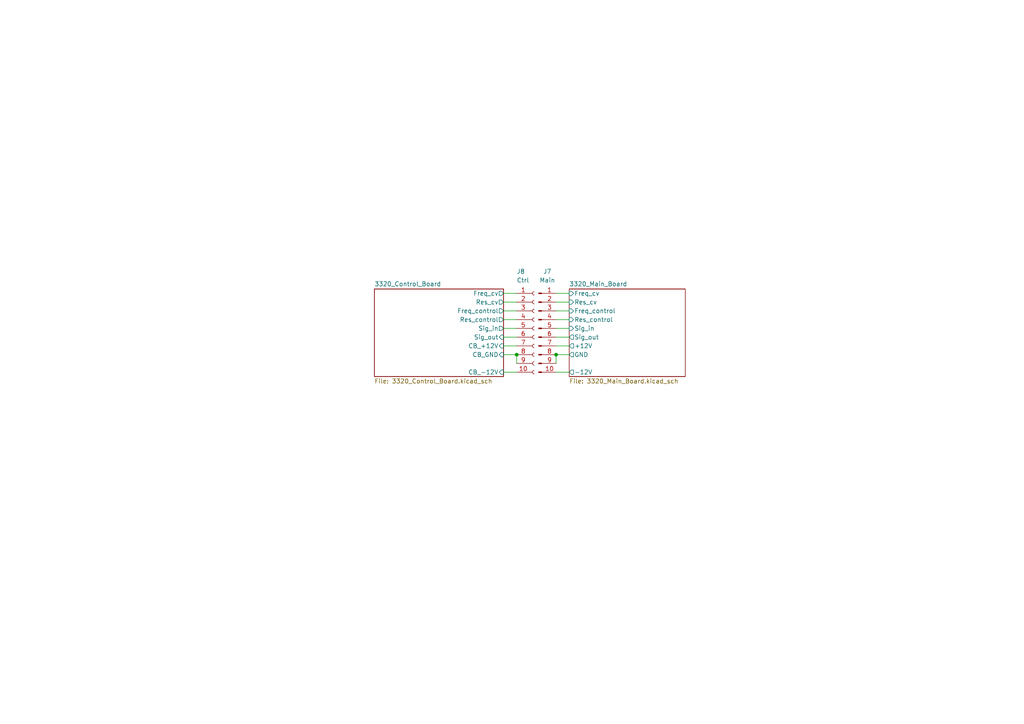
<source format=kicad_sch>
(kicad_sch (version 20230121) (generator eeschema)
  (paper "A4")
  (title_block (title "Eurorack 3320 Low Pass VCF") (date "2024-02-16") (rev "0.1.5") (company "DIYSynthMNL") (comment 1 "This version is a prototype"))
  (lib_symbols
    (symbol "Connector:Conn_01x10_Pin" (pin_names (offset 1.016) hide)
      (property "Reference" "J" (at 0 12.7 0))
      (property "Value" "Conn_01x10_Pin" (at 0 -15.24 0))
      (symbol "Conn_01x10_Pin_1_1"
        (polyline (pts (xy 1.27 -12.7) (xy 0.8636 -12.7)) (stroke (width 0.1524)))
        (polyline (pts (xy 1.27 -10.16) (xy 0.8636 -10.16)) (stroke (width 0.1524)))
        (polyline (pts (xy 1.27 -7.62) (xy 0.8636 -7.62)) (stroke (width 0.1524)))
        (polyline (pts (xy 1.27 -5.08) (xy 0.8636 -5.08)) (stroke (width 0.1524)))
        (polyline (pts (xy 1.27 -2.54) (xy 0.8636 -2.54)) (stroke (width 0.1524)))
        (polyline (pts (xy 1.27 0) (xy 0.8636 0)) (stroke (width 0.1524)))
        (polyline (pts (xy 1.27 2.54) (xy 0.8636 2.54)) (stroke (width 0.1524)))
        (polyline (pts (xy 1.27 5.08) (xy 0.8636 5.08)) (stroke (width 0.1524)))
        (polyline (pts (xy 1.27 7.62) (xy 0.8636 7.62)) (stroke (width 0.1524)))
        (polyline (pts (xy 1.27 10.16) (xy 0.8636 10.16)) (stroke (width 0.1524)))
        (rectangle (start 0.8636 -12.573) (end 0 -12.827) (stroke (width 0.1524)) (fill (type outline)))
        (rectangle (start 0.8636 -10.033) (end 0 -10.287) (stroke (width 0.1524)) (fill (type outline)))
        (rectangle (start 0.8636 -7.493) (end 0 -7.747) (stroke (width 0.1524)) (fill (type outline)))
        (rectangle (start 0.8636 -4.953) (end 0 -5.207) (stroke (width 0.1524)) (fill (type outline)))
        (rectangle (start 0.8636 -2.413) (end 0 -2.667) (stroke (width 0.1524)) (fill (type outline)))
        (rectangle (start 0.8636 0.127) (end 0 -0.127) (stroke (width 0.1524)) (fill (type outline)))
        (rectangle (start 0.8636 2.667) (end 0 2.413) (stroke (width 0.1524)) (fill (type outline)))
        (rectangle (start 0.8636 5.207) (end 0 4.953) (stroke (width 0.1524)) (fill (type outline)))
        (rectangle (start 0.8636 7.747) (end 0 7.493) (stroke (width 0.1524)) (fill (type outline)))
        (rectangle (start 0.8636 10.287) (end 0 10.033) (stroke (width 0.1524)) (fill (type outline)))
        (pin passive line (at 5.08 10.16 180) (length 3.81) (name "Pin_1") (number "1"))
        (pin passive line (at 5.08 -12.7 180) (length 3.81) (name "Pin_10") (number "10"))
        (pin passive line (at 5.08 7.62 180) (length 3.81) (name "Pin_2") (number "2"))
        (pin passive line (at 5.08 5.08 180) (length 3.81) (name "Pin_3") (number "3"))
        (pin passive line (at 5.08 2.54 180) (length 3.81) (name "Pin_4") (number "4"))
        (pin passive line (at 5.08 0 180) (length 3.81) (name "Pin_5") (number "5"))
        (pin passive line (at 5.08 -2.54 180) (length 3.81) (name "Pin_6") (number "6"))
        (pin passive line (at 5.08 -5.08 180) (length 3.81) (name "Pin_7") (number "7"))
        (pin passive line (at 5.08 -7.62 180) (length 3.81) (name "Pin_8") (number "8"))
        (pin passive line (at 5.08 -10.16 180) (length 3.81) (name "Pin_9") (number "9"))
      )
    )
    (symbol "Connector:Conn_01x10_Socket" (pin_names (offset 1.016) hide)
      (property "Reference" "J" (at 0 12.7 0))
      (property "Value" "Conn_01x10_Socket" (at 0 -15.24 0))
      (symbol "Conn_01x10_Socket_1_1"
        (arc (start 0 -12.192) (mid -0.5058 -12.7) (end 0 -13.208) (stroke (width 0.1524)))
        (arc (start 0 -9.652) (mid -0.5058 -10.16) (end 0 -10.668) (stroke (width 0.1524)))
        (arc (start 0 -7.112) (mid -0.5058 -7.62) (end 0 -8.128) (stroke (width 0.1524)))
        (arc (start 0 -4.572) (mid -0.5058 -5.08) (end 0 -5.588) (stroke (width 0.1524)))
        (arc (start 0 -2.032) (mid -0.5058 -2.54) (end 0 -3.048) (stroke (width 0.1524)))
        (polyline (pts (xy -1.27 -12.7) (xy -0.508 -12.7)) (stroke (width 0.1524)))
        (polyline (pts (xy -1.27 -10.16) (xy -0.508 -10.16)) (stroke (width 0.1524)))
        (polyline (pts (xy -1.27 -7.62) (xy -0.508 -7.62)) (stroke (width 0.1524)))
        (polyline (pts (xy -1.27 -5.08) (xy -0.508 -5.08)) (stroke (width 0.1524)))
        (polyline (pts (xy -1.27 -2.54) (xy -0.508 -2.54)) (stroke (width 0.1524)))
        (polyline (pts (xy -1.27 0) (xy -0.508 0)) (stroke (width 0.1524)))
        (polyline (pts (xy -1.27 2.54) (xy -0.508 2.54)) (stroke (width 0.1524)))
        (polyline (pts (xy -1.27 5.08) (xy -0.508 5.08)) (stroke (width 0.1524)))
        (polyline (pts (xy -1.27 7.62) (xy -0.508 7.62)) (stroke (width 0.1524)))
        (polyline (pts (xy -1.27 10.16) (xy -0.508 10.16)) (stroke (width 0.1524)))
        (arc (start 0 0.508) (mid -0.5058 0) (end 0 -0.508) (stroke (width 0.1524)))
        (arc (start 0 3.048) (mid -0.5058 2.54) (end 0 2.032) (stroke (width 0.1524)))
        (arc (start 0 5.588) (mid -0.5058 5.08) (end 0 4.572) (stroke (width 0.1524)))
        (arc (start 0 8.128) (mid -0.5058 7.62) (end 0 7.112) (stroke (width 0.1524)))
        (arc (start 0 10.668) (mid -0.5058 10.16) (end 0 9.652) (stroke (width 0.1524)))
        (pin passive line (at -5.08 10.16 0) (length 3.81) (name "Pin_1") (number "1"))
        (pin passive line (at -5.08 -12.7 0) (length 3.81) (name "Pin_10") (number "10"))
        (pin passive line (at -5.08 7.62 0) (length 3.81) (name "Pin_2") (number "2"))
        (pin passive line (at -5.08 5.08 0) (length 3.81) (name "Pin_3") (number "3"))
        (pin passive line (at -5.08 2.54 0) (length 3.81) (name "Pin_4") (number "4"))
        (pin passive line (at -5.08 0 0) (length 3.81) (name "Pin_5") (number "5"))
        (pin passive line (at -5.08 -2.54 0) (length 3.81) (name "Pin_6") (number "6"))
        (pin passive line (at -5.08 -5.08 0) (length 3.81) (name "Pin_7") (number "7"))
        (pin passive line (at -5.08 -7.62 0) (length 3.81) (name "Pin_8") (number "8"))
        (pin passive line (at -5.08 -10.16 0) (length 3.81) (name "Pin_9") (number "9"))
      )
    )
  )
  (junction (at 149.86 102.87))
  (junction (at 161.29 102.87))
  (wire (pts (xy 161.29 102.87) (xy 165.1 102.87)))
  (wire (pts (xy 161.29 90.17) (xy 165.1 90.17)))
  (wire (pts (xy 146.05 95.25) (xy 149.86 95.25)))
  (wire (pts (xy 146.05 102.87) (xy 149.86 102.87)))
  (wire (pts (xy 161.29 97.79) (xy 165.1 97.79)))
  (wire (pts (xy 161.29 102.87) (xy 161.29 105.41)))
  (wire (pts (xy 146.05 90.17) (xy 149.86 90.17)))
  (wire (pts (xy 146.05 85.09) (xy 149.86 85.09)))
  (wire (pts (xy 149.86 102.87) (xy 149.86 105.41)))
  (wire (pts (xy 161.29 87.63) (xy 165.1 87.63)))
  (wire (pts (xy 161.29 92.71) (xy 165.1 92.71)))
  (wire (pts (xy 146.05 97.79) (xy 149.86 97.79)))
  (wire (pts (xy 161.29 95.25) (xy 165.1 95.25)))
  (wire (pts (xy 146.05 107.95) (xy 149.86 107.95)))
  (wire (pts (xy 161.29 107.95) (xy 165.1 107.95)))
  (wire (pts (xy 161.29 100.33) (xy 165.1 100.33)))
  (wire (pts (xy 146.05 87.63) (xy 149.86 87.63)))
  (wire (pts (xy 146.05 100.33) (xy 149.86 100.33)))
  (wire (pts (xy 161.29 85.09) (xy 165.1 85.09)))
  (wire (pts (xy 146.05 92.71) (xy 149.86 92.71)))
  (symbol (lib_id "Connector:Conn_01x10_Pin") (at 156.21 95.25 0) (unit 1)
    (property "Reference" "J7" (at 158.75 78.74 0))
    (property "Value" "Main" (at 158.75 81.28 0))
    (property "Footprint" "Connector_PinHeader_2.54mm:PinHeader_1x10_P2.54mm_Vertical" (effects hide))
  )
  (symbol (lib_id "Connector:Conn_01x10_Socket") (at 154.94 95.25 0) (unit 1)
    (property "Reference" "J8" (at 149.86 78.74 0) (effects (justify left)))
    (property "Value" "Ctrl" (at 149.86 81.28 0) (effects (justify left)))
    (property "Footprint" "Connector_PinSocket_2.54mm:PinSocket_1x10_P2.54mm_Vertical" (effects hide))
  )
  (sheet (at 165.1 83.82) (size 33.655 25.4) (stroke (width 0.1524))
    (property "Sheetname" "3320_Main_Board" (at 165.1 83.1084 0) (effects (justify left bottom)))
    (property "Sheetfile" "3320_Main_Board.kicad_sch" (at 165.1 109.8046 0) (effects (justify left top)))
    (pin "Freq_cv" input (at 165.1 85.09 180))
    (pin "Freq_control" input (at 165.1 90.17 180))
    (pin "Res_control" input (at 165.1 92.71 180))
    (pin "Res_cv" input (at 165.1 87.63 180))
    (pin "+12V" output (at 165.1 100.33 180))
    (pin "GND" output (at 165.1 102.87 180))
    (pin "-12V" output (at 165.1 107.95 180))
    (pin "Sig_out" output (at 165.1 97.79 180))
    (pin "Sig_in" input (at 165.1 95.25 180))
  )
  (sheet (at 108.585 83.82) (size 37.465 25.4) (stroke (width 0.1524))
    (property "Sheetname" "3320_Control_Board" (at 108.585 83.1084 0) (effects (justify left bottom)))
    (property "Sheetfile" "3320_Control_Board.kicad_sch" (at 108.585 109.8046 0) (effects (justify left top)))
    (pin "Sig_in" output (at 146.05 95.25 0))
    (pin "Res_cv" output (at 146.05 87.63 0))
    (pin "Freq_cv" output (at 146.05 85.09 0))
    (pin "Res_control" output (at 146.05 92.71 0))
    (pin "Freq_control" output (at 146.05 90.17 0))
    (pin "Sig_out" input (at 146.05 97.79 0))
    (pin "CB_+12V" input (at 146.05 100.33 0))
    (pin "CB_GND" input (at 146.05 102.87 0))
    (pin "CB_-12V" input (at 146.05 107.95 0))
  )
)
</source>
